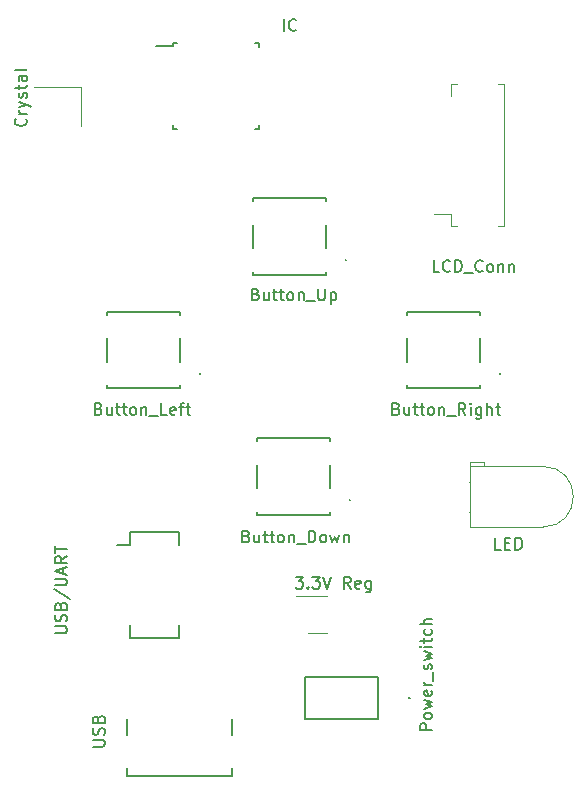
<source format=gbr>
%TF.GenerationSoftware,KiCad,Pcbnew,7.0.1*%
%TF.CreationDate,2023-06-17T09:34:49+02:00*%
%TF.ProjectId,Had_Konzole,4861645f-4b6f-46e7-9a6f-6c652e6b6963,rev?*%
%TF.SameCoordinates,Original*%
%TF.FileFunction,Legend,Top*%
%TF.FilePolarity,Positive*%
%FSLAX46Y46*%
G04 Gerber Fmt 4.6, Leading zero omitted, Abs format (unit mm)*
G04 Created by KiCad (PCBNEW 7.0.1) date 2023-06-17 09:34:49*
%MOMM*%
%LPD*%
G01*
G04 APERTURE LIST*
%ADD10C,0.150000*%
%ADD11C,0.120000*%
%ADD12C,0.200000*%
%ADD13C,0.100000*%
%ADD14C,0.127000*%
G04 APERTURE END LIST*
D10*
X179677619Y-102761904D02*
X178677619Y-102761904D01*
X178677619Y-102761904D02*
X178677619Y-102380952D01*
X178677619Y-102380952D02*
X178725238Y-102285714D01*
X178725238Y-102285714D02*
X178772857Y-102238095D01*
X178772857Y-102238095D02*
X178868095Y-102190476D01*
X178868095Y-102190476D02*
X179010952Y-102190476D01*
X179010952Y-102190476D02*
X179106190Y-102238095D01*
X179106190Y-102238095D02*
X179153809Y-102285714D01*
X179153809Y-102285714D02*
X179201428Y-102380952D01*
X179201428Y-102380952D02*
X179201428Y-102761904D01*
X179677619Y-101619047D02*
X179630000Y-101714285D01*
X179630000Y-101714285D02*
X179582380Y-101761904D01*
X179582380Y-101761904D02*
X179487142Y-101809523D01*
X179487142Y-101809523D02*
X179201428Y-101809523D01*
X179201428Y-101809523D02*
X179106190Y-101761904D01*
X179106190Y-101761904D02*
X179058571Y-101714285D01*
X179058571Y-101714285D02*
X179010952Y-101619047D01*
X179010952Y-101619047D02*
X179010952Y-101476190D01*
X179010952Y-101476190D02*
X179058571Y-101380952D01*
X179058571Y-101380952D02*
X179106190Y-101333333D01*
X179106190Y-101333333D02*
X179201428Y-101285714D01*
X179201428Y-101285714D02*
X179487142Y-101285714D01*
X179487142Y-101285714D02*
X179582380Y-101333333D01*
X179582380Y-101333333D02*
X179630000Y-101380952D01*
X179630000Y-101380952D02*
X179677619Y-101476190D01*
X179677619Y-101476190D02*
X179677619Y-101619047D01*
X179010952Y-100952380D02*
X179677619Y-100761904D01*
X179677619Y-100761904D02*
X179201428Y-100571428D01*
X179201428Y-100571428D02*
X179677619Y-100380952D01*
X179677619Y-100380952D02*
X179010952Y-100190476D01*
X179630000Y-99428571D02*
X179677619Y-99523809D01*
X179677619Y-99523809D02*
X179677619Y-99714285D01*
X179677619Y-99714285D02*
X179630000Y-99809523D01*
X179630000Y-99809523D02*
X179534761Y-99857142D01*
X179534761Y-99857142D02*
X179153809Y-99857142D01*
X179153809Y-99857142D02*
X179058571Y-99809523D01*
X179058571Y-99809523D02*
X179010952Y-99714285D01*
X179010952Y-99714285D02*
X179010952Y-99523809D01*
X179010952Y-99523809D02*
X179058571Y-99428571D01*
X179058571Y-99428571D02*
X179153809Y-99380952D01*
X179153809Y-99380952D02*
X179249047Y-99380952D01*
X179249047Y-99380952D02*
X179344285Y-99857142D01*
X179677619Y-98952380D02*
X179010952Y-98952380D01*
X179201428Y-98952380D02*
X179106190Y-98904761D01*
X179106190Y-98904761D02*
X179058571Y-98857142D01*
X179058571Y-98857142D02*
X179010952Y-98761904D01*
X179010952Y-98761904D02*
X179010952Y-98666666D01*
X179772857Y-98571428D02*
X179772857Y-97809523D01*
X179630000Y-97619046D02*
X179677619Y-97523808D01*
X179677619Y-97523808D02*
X179677619Y-97333332D01*
X179677619Y-97333332D02*
X179630000Y-97238094D01*
X179630000Y-97238094D02*
X179534761Y-97190475D01*
X179534761Y-97190475D02*
X179487142Y-97190475D01*
X179487142Y-97190475D02*
X179391904Y-97238094D01*
X179391904Y-97238094D02*
X179344285Y-97333332D01*
X179344285Y-97333332D02*
X179344285Y-97476189D01*
X179344285Y-97476189D02*
X179296666Y-97571427D01*
X179296666Y-97571427D02*
X179201428Y-97619046D01*
X179201428Y-97619046D02*
X179153809Y-97619046D01*
X179153809Y-97619046D02*
X179058571Y-97571427D01*
X179058571Y-97571427D02*
X179010952Y-97476189D01*
X179010952Y-97476189D02*
X179010952Y-97333332D01*
X179010952Y-97333332D02*
X179058571Y-97238094D01*
X179010952Y-96857141D02*
X179677619Y-96666665D01*
X179677619Y-96666665D02*
X179201428Y-96476189D01*
X179201428Y-96476189D02*
X179677619Y-96285713D01*
X179677619Y-96285713D02*
X179010952Y-96095237D01*
X179677619Y-95714284D02*
X179010952Y-95714284D01*
X178677619Y-95714284D02*
X178725238Y-95761903D01*
X178725238Y-95761903D02*
X178772857Y-95714284D01*
X178772857Y-95714284D02*
X178725238Y-95666665D01*
X178725238Y-95666665D02*
X178677619Y-95714284D01*
X178677619Y-95714284D02*
X178772857Y-95714284D01*
X179010952Y-95380951D02*
X179010952Y-94999999D01*
X178677619Y-95238094D02*
X179534761Y-95238094D01*
X179534761Y-95238094D02*
X179630000Y-95190475D01*
X179630000Y-95190475D02*
X179677619Y-95095237D01*
X179677619Y-95095237D02*
X179677619Y-94999999D01*
X179630000Y-94238094D02*
X179677619Y-94333332D01*
X179677619Y-94333332D02*
X179677619Y-94523808D01*
X179677619Y-94523808D02*
X179630000Y-94619046D01*
X179630000Y-94619046D02*
X179582380Y-94666665D01*
X179582380Y-94666665D02*
X179487142Y-94714284D01*
X179487142Y-94714284D02*
X179201428Y-94714284D01*
X179201428Y-94714284D02*
X179106190Y-94666665D01*
X179106190Y-94666665D02*
X179058571Y-94619046D01*
X179058571Y-94619046D02*
X179010952Y-94523808D01*
X179010952Y-94523808D02*
X179010952Y-94333332D01*
X179010952Y-94333332D02*
X179058571Y-94238094D01*
X179677619Y-93809522D02*
X178677619Y-93809522D01*
X179677619Y-93380951D02*
X179153809Y-93380951D01*
X179153809Y-93380951D02*
X179058571Y-93428570D01*
X179058571Y-93428570D02*
X179010952Y-93523808D01*
X179010952Y-93523808D02*
X179010952Y-93666665D01*
X179010952Y-93666665D02*
X179058571Y-93761903D01*
X179058571Y-93761903D02*
X179106190Y-93809522D01*
X168142857Y-89777619D02*
X168761904Y-89777619D01*
X168761904Y-89777619D02*
X168428571Y-90158571D01*
X168428571Y-90158571D02*
X168571428Y-90158571D01*
X168571428Y-90158571D02*
X168666666Y-90206190D01*
X168666666Y-90206190D02*
X168714285Y-90253809D01*
X168714285Y-90253809D02*
X168761904Y-90349047D01*
X168761904Y-90349047D02*
X168761904Y-90587142D01*
X168761904Y-90587142D02*
X168714285Y-90682380D01*
X168714285Y-90682380D02*
X168666666Y-90730000D01*
X168666666Y-90730000D02*
X168571428Y-90777619D01*
X168571428Y-90777619D02*
X168285714Y-90777619D01*
X168285714Y-90777619D02*
X168190476Y-90730000D01*
X168190476Y-90730000D02*
X168142857Y-90682380D01*
X169190476Y-90682380D02*
X169238095Y-90730000D01*
X169238095Y-90730000D02*
X169190476Y-90777619D01*
X169190476Y-90777619D02*
X169142857Y-90730000D01*
X169142857Y-90730000D02*
X169190476Y-90682380D01*
X169190476Y-90682380D02*
X169190476Y-90777619D01*
X169571428Y-89777619D02*
X170190475Y-89777619D01*
X170190475Y-89777619D02*
X169857142Y-90158571D01*
X169857142Y-90158571D02*
X169999999Y-90158571D01*
X169999999Y-90158571D02*
X170095237Y-90206190D01*
X170095237Y-90206190D02*
X170142856Y-90253809D01*
X170142856Y-90253809D02*
X170190475Y-90349047D01*
X170190475Y-90349047D02*
X170190475Y-90587142D01*
X170190475Y-90587142D02*
X170142856Y-90682380D01*
X170142856Y-90682380D02*
X170095237Y-90730000D01*
X170095237Y-90730000D02*
X169999999Y-90777619D01*
X169999999Y-90777619D02*
X169714285Y-90777619D01*
X169714285Y-90777619D02*
X169619047Y-90730000D01*
X169619047Y-90730000D02*
X169571428Y-90682380D01*
X170476190Y-89777619D02*
X170809523Y-90777619D01*
X170809523Y-90777619D02*
X171142856Y-89777619D01*
X172809523Y-90777619D02*
X172476190Y-90301428D01*
X172238095Y-90777619D02*
X172238095Y-89777619D01*
X172238095Y-89777619D02*
X172619047Y-89777619D01*
X172619047Y-89777619D02*
X172714285Y-89825238D01*
X172714285Y-89825238D02*
X172761904Y-89872857D01*
X172761904Y-89872857D02*
X172809523Y-89968095D01*
X172809523Y-89968095D02*
X172809523Y-90110952D01*
X172809523Y-90110952D02*
X172761904Y-90206190D01*
X172761904Y-90206190D02*
X172714285Y-90253809D01*
X172714285Y-90253809D02*
X172619047Y-90301428D01*
X172619047Y-90301428D02*
X172238095Y-90301428D01*
X173619047Y-90730000D02*
X173523809Y-90777619D01*
X173523809Y-90777619D02*
X173333333Y-90777619D01*
X173333333Y-90777619D02*
X173238095Y-90730000D01*
X173238095Y-90730000D02*
X173190476Y-90634761D01*
X173190476Y-90634761D02*
X173190476Y-90253809D01*
X173190476Y-90253809D02*
X173238095Y-90158571D01*
X173238095Y-90158571D02*
X173333333Y-90110952D01*
X173333333Y-90110952D02*
X173523809Y-90110952D01*
X173523809Y-90110952D02*
X173619047Y-90158571D01*
X173619047Y-90158571D02*
X173666666Y-90253809D01*
X173666666Y-90253809D02*
X173666666Y-90349047D01*
X173666666Y-90349047D02*
X173190476Y-90444285D01*
X174523809Y-90110952D02*
X174523809Y-90920476D01*
X174523809Y-90920476D02*
X174476190Y-91015714D01*
X174476190Y-91015714D02*
X174428571Y-91063333D01*
X174428571Y-91063333D02*
X174333333Y-91110952D01*
X174333333Y-91110952D02*
X174190476Y-91110952D01*
X174190476Y-91110952D02*
X174095238Y-91063333D01*
X174523809Y-90730000D02*
X174428571Y-90777619D01*
X174428571Y-90777619D02*
X174238095Y-90777619D01*
X174238095Y-90777619D02*
X174142857Y-90730000D01*
X174142857Y-90730000D02*
X174095238Y-90682380D01*
X174095238Y-90682380D02*
X174047619Y-90587142D01*
X174047619Y-90587142D02*
X174047619Y-90301428D01*
X174047619Y-90301428D02*
X174095238Y-90206190D01*
X174095238Y-90206190D02*
X174142857Y-90158571D01*
X174142857Y-90158571D02*
X174238095Y-90110952D01*
X174238095Y-90110952D02*
X174428571Y-90110952D01*
X174428571Y-90110952D02*
X174523809Y-90158571D01*
X150977619Y-104161904D02*
X151787142Y-104161904D01*
X151787142Y-104161904D02*
X151882380Y-104114285D01*
X151882380Y-104114285D02*
X151930000Y-104066666D01*
X151930000Y-104066666D02*
X151977619Y-103971428D01*
X151977619Y-103971428D02*
X151977619Y-103780952D01*
X151977619Y-103780952D02*
X151930000Y-103685714D01*
X151930000Y-103685714D02*
X151882380Y-103638095D01*
X151882380Y-103638095D02*
X151787142Y-103590476D01*
X151787142Y-103590476D02*
X150977619Y-103590476D01*
X151930000Y-103161904D02*
X151977619Y-103019047D01*
X151977619Y-103019047D02*
X151977619Y-102780952D01*
X151977619Y-102780952D02*
X151930000Y-102685714D01*
X151930000Y-102685714D02*
X151882380Y-102638095D01*
X151882380Y-102638095D02*
X151787142Y-102590476D01*
X151787142Y-102590476D02*
X151691904Y-102590476D01*
X151691904Y-102590476D02*
X151596666Y-102638095D01*
X151596666Y-102638095D02*
X151549047Y-102685714D01*
X151549047Y-102685714D02*
X151501428Y-102780952D01*
X151501428Y-102780952D02*
X151453809Y-102971428D01*
X151453809Y-102971428D02*
X151406190Y-103066666D01*
X151406190Y-103066666D02*
X151358571Y-103114285D01*
X151358571Y-103114285D02*
X151263333Y-103161904D01*
X151263333Y-103161904D02*
X151168095Y-103161904D01*
X151168095Y-103161904D02*
X151072857Y-103114285D01*
X151072857Y-103114285D02*
X151025238Y-103066666D01*
X151025238Y-103066666D02*
X150977619Y-102971428D01*
X150977619Y-102971428D02*
X150977619Y-102733333D01*
X150977619Y-102733333D02*
X151025238Y-102590476D01*
X151453809Y-101828571D02*
X151501428Y-101685714D01*
X151501428Y-101685714D02*
X151549047Y-101638095D01*
X151549047Y-101638095D02*
X151644285Y-101590476D01*
X151644285Y-101590476D02*
X151787142Y-101590476D01*
X151787142Y-101590476D02*
X151882380Y-101638095D01*
X151882380Y-101638095D02*
X151930000Y-101685714D01*
X151930000Y-101685714D02*
X151977619Y-101780952D01*
X151977619Y-101780952D02*
X151977619Y-102161904D01*
X151977619Y-102161904D02*
X150977619Y-102161904D01*
X150977619Y-102161904D02*
X150977619Y-101828571D01*
X150977619Y-101828571D02*
X151025238Y-101733333D01*
X151025238Y-101733333D02*
X151072857Y-101685714D01*
X151072857Y-101685714D02*
X151168095Y-101638095D01*
X151168095Y-101638095D02*
X151263333Y-101638095D01*
X151263333Y-101638095D02*
X151358571Y-101685714D01*
X151358571Y-101685714D02*
X151406190Y-101733333D01*
X151406190Y-101733333D02*
X151453809Y-101828571D01*
X151453809Y-101828571D02*
X151453809Y-102161904D01*
X147777619Y-94561904D02*
X148587142Y-94561904D01*
X148587142Y-94561904D02*
X148682380Y-94514285D01*
X148682380Y-94514285D02*
X148730000Y-94466666D01*
X148730000Y-94466666D02*
X148777619Y-94371428D01*
X148777619Y-94371428D02*
X148777619Y-94180952D01*
X148777619Y-94180952D02*
X148730000Y-94085714D01*
X148730000Y-94085714D02*
X148682380Y-94038095D01*
X148682380Y-94038095D02*
X148587142Y-93990476D01*
X148587142Y-93990476D02*
X147777619Y-93990476D01*
X148730000Y-93561904D02*
X148777619Y-93419047D01*
X148777619Y-93419047D02*
X148777619Y-93180952D01*
X148777619Y-93180952D02*
X148730000Y-93085714D01*
X148730000Y-93085714D02*
X148682380Y-93038095D01*
X148682380Y-93038095D02*
X148587142Y-92990476D01*
X148587142Y-92990476D02*
X148491904Y-92990476D01*
X148491904Y-92990476D02*
X148396666Y-93038095D01*
X148396666Y-93038095D02*
X148349047Y-93085714D01*
X148349047Y-93085714D02*
X148301428Y-93180952D01*
X148301428Y-93180952D02*
X148253809Y-93371428D01*
X148253809Y-93371428D02*
X148206190Y-93466666D01*
X148206190Y-93466666D02*
X148158571Y-93514285D01*
X148158571Y-93514285D02*
X148063333Y-93561904D01*
X148063333Y-93561904D02*
X147968095Y-93561904D01*
X147968095Y-93561904D02*
X147872857Y-93514285D01*
X147872857Y-93514285D02*
X147825238Y-93466666D01*
X147825238Y-93466666D02*
X147777619Y-93371428D01*
X147777619Y-93371428D02*
X147777619Y-93133333D01*
X147777619Y-93133333D02*
X147825238Y-92990476D01*
X148253809Y-92228571D02*
X148301428Y-92085714D01*
X148301428Y-92085714D02*
X148349047Y-92038095D01*
X148349047Y-92038095D02*
X148444285Y-91990476D01*
X148444285Y-91990476D02*
X148587142Y-91990476D01*
X148587142Y-91990476D02*
X148682380Y-92038095D01*
X148682380Y-92038095D02*
X148730000Y-92085714D01*
X148730000Y-92085714D02*
X148777619Y-92180952D01*
X148777619Y-92180952D02*
X148777619Y-92561904D01*
X148777619Y-92561904D02*
X147777619Y-92561904D01*
X147777619Y-92561904D02*
X147777619Y-92228571D01*
X147777619Y-92228571D02*
X147825238Y-92133333D01*
X147825238Y-92133333D02*
X147872857Y-92085714D01*
X147872857Y-92085714D02*
X147968095Y-92038095D01*
X147968095Y-92038095D02*
X148063333Y-92038095D01*
X148063333Y-92038095D02*
X148158571Y-92085714D01*
X148158571Y-92085714D02*
X148206190Y-92133333D01*
X148206190Y-92133333D02*
X148253809Y-92228571D01*
X148253809Y-92228571D02*
X148253809Y-92561904D01*
X147730000Y-90847619D02*
X149015714Y-91704761D01*
X147777619Y-90514285D02*
X148587142Y-90514285D01*
X148587142Y-90514285D02*
X148682380Y-90466666D01*
X148682380Y-90466666D02*
X148730000Y-90419047D01*
X148730000Y-90419047D02*
X148777619Y-90323809D01*
X148777619Y-90323809D02*
X148777619Y-90133333D01*
X148777619Y-90133333D02*
X148730000Y-90038095D01*
X148730000Y-90038095D02*
X148682380Y-89990476D01*
X148682380Y-89990476D02*
X148587142Y-89942857D01*
X148587142Y-89942857D02*
X147777619Y-89942857D01*
X148491904Y-89514285D02*
X148491904Y-89038095D01*
X148777619Y-89609523D02*
X147777619Y-89276190D01*
X147777619Y-89276190D02*
X148777619Y-88942857D01*
X148777619Y-88038095D02*
X148301428Y-88371428D01*
X148777619Y-88609523D02*
X147777619Y-88609523D01*
X147777619Y-88609523D02*
X147777619Y-88228571D01*
X147777619Y-88228571D02*
X147825238Y-88133333D01*
X147825238Y-88133333D02*
X147872857Y-88085714D01*
X147872857Y-88085714D02*
X147968095Y-88038095D01*
X147968095Y-88038095D02*
X148110952Y-88038095D01*
X148110952Y-88038095D02*
X148206190Y-88085714D01*
X148206190Y-88085714D02*
X148253809Y-88133333D01*
X148253809Y-88133333D02*
X148301428Y-88228571D01*
X148301428Y-88228571D02*
X148301428Y-88609523D01*
X147777619Y-87752380D02*
X147777619Y-87180952D01*
X148777619Y-87466666D02*
X147777619Y-87466666D01*
X180314285Y-63977619D02*
X179838095Y-63977619D01*
X179838095Y-63977619D02*
X179838095Y-62977619D01*
X181219047Y-63882380D02*
X181171428Y-63930000D01*
X181171428Y-63930000D02*
X181028571Y-63977619D01*
X181028571Y-63977619D02*
X180933333Y-63977619D01*
X180933333Y-63977619D02*
X180790476Y-63930000D01*
X180790476Y-63930000D02*
X180695238Y-63834761D01*
X180695238Y-63834761D02*
X180647619Y-63739523D01*
X180647619Y-63739523D02*
X180600000Y-63549047D01*
X180600000Y-63549047D02*
X180600000Y-63406190D01*
X180600000Y-63406190D02*
X180647619Y-63215714D01*
X180647619Y-63215714D02*
X180695238Y-63120476D01*
X180695238Y-63120476D02*
X180790476Y-63025238D01*
X180790476Y-63025238D02*
X180933333Y-62977619D01*
X180933333Y-62977619D02*
X181028571Y-62977619D01*
X181028571Y-62977619D02*
X181171428Y-63025238D01*
X181171428Y-63025238D02*
X181219047Y-63072857D01*
X181647619Y-63977619D02*
X181647619Y-62977619D01*
X181647619Y-62977619D02*
X181885714Y-62977619D01*
X181885714Y-62977619D02*
X182028571Y-63025238D01*
X182028571Y-63025238D02*
X182123809Y-63120476D01*
X182123809Y-63120476D02*
X182171428Y-63215714D01*
X182171428Y-63215714D02*
X182219047Y-63406190D01*
X182219047Y-63406190D02*
X182219047Y-63549047D01*
X182219047Y-63549047D02*
X182171428Y-63739523D01*
X182171428Y-63739523D02*
X182123809Y-63834761D01*
X182123809Y-63834761D02*
X182028571Y-63930000D01*
X182028571Y-63930000D02*
X181885714Y-63977619D01*
X181885714Y-63977619D02*
X181647619Y-63977619D01*
X182409524Y-64072857D02*
X183171428Y-64072857D01*
X183980952Y-63882380D02*
X183933333Y-63930000D01*
X183933333Y-63930000D02*
X183790476Y-63977619D01*
X183790476Y-63977619D02*
X183695238Y-63977619D01*
X183695238Y-63977619D02*
X183552381Y-63930000D01*
X183552381Y-63930000D02*
X183457143Y-63834761D01*
X183457143Y-63834761D02*
X183409524Y-63739523D01*
X183409524Y-63739523D02*
X183361905Y-63549047D01*
X183361905Y-63549047D02*
X183361905Y-63406190D01*
X183361905Y-63406190D02*
X183409524Y-63215714D01*
X183409524Y-63215714D02*
X183457143Y-63120476D01*
X183457143Y-63120476D02*
X183552381Y-63025238D01*
X183552381Y-63025238D02*
X183695238Y-62977619D01*
X183695238Y-62977619D02*
X183790476Y-62977619D01*
X183790476Y-62977619D02*
X183933333Y-63025238D01*
X183933333Y-63025238D02*
X183980952Y-63072857D01*
X184552381Y-63977619D02*
X184457143Y-63930000D01*
X184457143Y-63930000D02*
X184409524Y-63882380D01*
X184409524Y-63882380D02*
X184361905Y-63787142D01*
X184361905Y-63787142D02*
X184361905Y-63501428D01*
X184361905Y-63501428D02*
X184409524Y-63406190D01*
X184409524Y-63406190D02*
X184457143Y-63358571D01*
X184457143Y-63358571D02*
X184552381Y-63310952D01*
X184552381Y-63310952D02*
X184695238Y-63310952D01*
X184695238Y-63310952D02*
X184790476Y-63358571D01*
X184790476Y-63358571D02*
X184838095Y-63406190D01*
X184838095Y-63406190D02*
X184885714Y-63501428D01*
X184885714Y-63501428D02*
X184885714Y-63787142D01*
X184885714Y-63787142D02*
X184838095Y-63882380D01*
X184838095Y-63882380D02*
X184790476Y-63930000D01*
X184790476Y-63930000D02*
X184695238Y-63977619D01*
X184695238Y-63977619D02*
X184552381Y-63977619D01*
X185314286Y-63310952D02*
X185314286Y-63977619D01*
X185314286Y-63406190D02*
X185361905Y-63358571D01*
X185361905Y-63358571D02*
X185457143Y-63310952D01*
X185457143Y-63310952D02*
X185600000Y-63310952D01*
X185600000Y-63310952D02*
X185695238Y-63358571D01*
X185695238Y-63358571D02*
X185742857Y-63453809D01*
X185742857Y-63453809D02*
X185742857Y-63977619D01*
X186219048Y-63310952D02*
X186219048Y-63977619D01*
X186219048Y-63406190D02*
X186266667Y-63358571D01*
X186266667Y-63358571D02*
X186361905Y-63310952D01*
X186361905Y-63310952D02*
X186504762Y-63310952D01*
X186504762Y-63310952D02*
X186600000Y-63358571D01*
X186600000Y-63358571D02*
X186647619Y-63453809D01*
X186647619Y-63453809D02*
X186647619Y-63977619D01*
X185514285Y-87477619D02*
X185038095Y-87477619D01*
X185038095Y-87477619D02*
X185038095Y-86477619D01*
X185847619Y-86953809D02*
X186180952Y-86953809D01*
X186323809Y-87477619D02*
X185847619Y-87477619D01*
X185847619Y-87477619D02*
X185847619Y-86477619D01*
X185847619Y-86477619D02*
X186323809Y-86477619D01*
X186752381Y-87477619D02*
X186752381Y-86477619D01*
X186752381Y-86477619D02*
X186990476Y-86477619D01*
X186990476Y-86477619D02*
X187133333Y-86525238D01*
X187133333Y-86525238D02*
X187228571Y-86620476D01*
X187228571Y-86620476D02*
X187276190Y-86715714D01*
X187276190Y-86715714D02*
X187323809Y-86906190D01*
X187323809Y-86906190D02*
X187323809Y-87049047D01*
X187323809Y-87049047D02*
X187276190Y-87239523D01*
X187276190Y-87239523D02*
X187228571Y-87334761D01*
X187228571Y-87334761D02*
X187133333Y-87430000D01*
X187133333Y-87430000D02*
X186990476Y-87477619D01*
X186990476Y-87477619D02*
X186752381Y-87477619D01*
X163971428Y-86353809D02*
X164114285Y-86401428D01*
X164114285Y-86401428D02*
X164161904Y-86449047D01*
X164161904Y-86449047D02*
X164209523Y-86544285D01*
X164209523Y-86544285D02*
X164209523Y-86687142D01*
X164209523Y-86687142D02*
X164161904Y-86782380D01*
X164161904Y-86782380D02*
X164114285Y-86830000D01*
X164114285Y-86830000D02*
X164019047Y-86877619D01*
X164019047Y-86877619D02*
X163638095Y-86877619D01*
X163638095Y-86877619D02*
X163638095Y-85877619D01*
X163638095Y-85877619D02*
X163971428Y-85877619D01*
X163971428Y-85877619D02*
X164066666Y-85925238D01*
X164066666Y-85925238D02*
X164114285Y-85972857D01*
X164114285Y-85972857D02*
X164161904Y-86068095D01*
X164161904Y-86068095D02*
X164161904Y-86163333D01*
X164161904Y-86163333D02*
X164114285Y-86258571D01*
X164114285Y-86258571D02*
X164066666Y-86306190D01*
X164066666Y-86306190D02*
X163971428Y-86353809D01*
X163971428Y-86353809D02*
X163638095Y-86353809D01*
X165066666Y-86210952D02*
X165066666Y-86877619D01*
X164638095Y-86210952D02*
X164638095Y-86734761D01*
X164638095Y-86734761D02*
X164685714Y-86830000D01*
X164685714Y-86830000D02*
X164780952Y-86877619D01*
X164780952Y-86877619D02*
X164923809Y-86877619D01*
X164923809Y-86877619D02*
X165019047Y-86830000D01*
X165019047Y-86830000D02*
X165066666Y-86782380D01*
X165400000Y-86210952D02*
X165780952Y-86210952D01*
X165542857Y-85877619D02*
X165542857Y-86734761D01*
X165542857Y-86734761D02*
X165590476Y-86830000D01*
X165590476Y-86830000D02*
X165685714Y-86877619D01*
X165685714Y-86877619D02*
X165780952Y-86877619D01*
X165971429Y-86210952D02*
X166352381Y-86210952D01*
X166114286Y-85877619D02*
X166114286Y-86734761D01*
X166114286Y-86734761D02*
X166161905Y-86830000D01*
X166161905Y-86830000D02*
X166257143Y-86877619D01*
X166257143Y-86877619D02*
X166352381Y-86877619D01*
X166828572Y-86877619D02*
X166733334Y-86830000D01*
X166733334Y-86830000D02*
X166685715Y-86782380D01*
X166685715Y-86782380D02*
X166638096Y-86687142D01*
X166638096Y-86687142D02*
X166638096Y-86401428D01*
X166638096Y-86401428D02*
X166685715Y-86306190D01*
X166685715Y-86306190D02*
X166733334Y-86258571D01*
X166733334Y-86258571D02*
X166828572Y-86210952D01*
X166828572Y-86210952D02*
X166971429Y-86210952D01*
X166971429Y-86210952D02*
X167066667Y-86258571D01*
X167066667Y-86258571D02*
X167114286Y-86306190D01*
X167114286Y-86306190D02*
X167161905Y-86401428D01*
X167161905Y-86401428D02*
X167161905Y-86687142D01*
X167161905Y-86687142D02*
X167114286Y-86782380D01*
X167114286Y-86782380D02*
X167066667Y-86830000D01*
X167066667Y-86830000D02*
X166971429Y-86877619D01*
X166971429Y-86877619D02*
X166828572Y-86877619D01*
X167590477Y-86210952D02*
X167590477Y-86877619D01*
X167590477Y-86306190D02*
X167638096Y-86258571D01*
X167638096Y-86258571D02*
X167733334Y-86210952D01*
X167733334Y-86210952D02*
X167876191Y-86210952D01*
X167876191Y-86210952D02*
X167971429Y-86258571D01*
X167971429Y-86258571D02*
X168019048Y-86353809D01*
X168019048Y-86353809D02*
X168019048Y-86877619D01*
X168257144Y-86972857D02*
X169019048Y-86972857D01*
X169257144Y-86877619D02*
X169257144Y-85877619D01*
X169257144Y-85877619D02*
X169495239Y-85877619D01*
X169495239Y-85877619D02*
X169638096Y-85925238D01*
X169638096Y-85925238D02*
X169733334Y-86020476D01*
X169733334Y-86020476D02*
X169780953Y-86115714D01*
X169780953Y-86115714D02*
X169828572Y-86306190D01*
X169828572Y-86306190D02*
X169828572Y-86449047D01*
X169828572Y-86449047D02*
X169780953Y-86639523D01*
X169780953Y-86639523D02*
X169733334Y-86734761D01*
X169733334Y-86734761D02*
X169638096Y-86830000D01*
X169638096Y-86830000D02*
X169495239Y-86877619D01*
X169495239Y-86877619D02*
X169257144Y-86877619D01*
X170400001Y-86877619D02*
X170304763Y-86830000D01*
X170304763Y-86830000D02*
X170257144Y-86782380D01*
X170257144Y-86782380D02*
X170209525Y-86687142D01*
X170209525Y-86687142D02*
X170209525Y-86401428D01*
X170209525Y-86401428D02*
X170257144Y-86306190D01*
X170257144Y-86306190D02*
X170304763Y-86258571D01*
X170304763Y-86258571D02*
X170400001Y-86210952D01*
X170400001Y-86210952D02*
X170542858Y-86210952D01*
X170542858Y-86210952D02*
X170638096Y-86258571D01*
X170638096Y-86258571D02*
X170685715Y-86306190D01*
X170685715Y-86306190D02*
X170733334Y-86401428D01*
X170733334Y-86401428D02*
X170733334Y-86687142D01*
X170733334Y-86687142D02*
X170685715Y-86782380D01*
X170685715Y-86782380D02*
X170638096Y-86830000D01*
X170638096Y-86830000D02*
X170542858Y-86877619D01*
X170542858Y-86877619D02*
X170400001Y-86877619D01*
X171066668Y-86210952D02*
X171257144Y-86877619D01*
X171257144Y-86877619D02*
X171447620Y-86401428D01*
X171447620Y-86401428D02*
X171638096Y-86877619D01*
X171638096Y-86877619D02*
X171828572Y-86210952D01*
X172209525Y-86210952D02*
X172209525Y-86877619D01*
X172209525Y-86306190D02*
X172257144Y-86258571D01*
X172257144Y-86258571D02*
X172352382Y-86210952D01*
X172352382Y-86210952D02*
X172495239Y-86210952D01*
X172495239Y-86210952D02*
X172590477Y-86258571D01*
X172590477Y-86258571D02*
X172638096Y-86353809D01*
X172638096Y-86353809D02*
X172638096Y-86877619D01*
X176671428Y-75553809D02*
X176814285Y-75601428D01*
X176814285Y-75601428D02*
X176861904Y-75649047D01*
X176861904Y-75649047D02*
X176909523Y-75744285D01*
X176909523Y-75744285D02*
X176909523Y-75887142D01*
X176909523Y-75887142D02*
X176861904Y-75982380D01*
X176861904Y-75982380D02*
X176814285Y-76030000D01*
X176814285Y-76030000D02*
X176719047Y-76077619D01*
X176719047Y-76077619D02*
X176338095Y-76077619D01*
X176338095Y-76077619D02*
X176338095Y-75077619D01*
X176338095Y-75077619D02*
X176671428Y-75077619D01*
X176671428Y-75077619D02*
X176766666Y-75125238D01*
X176766666Y-75125238D02*
X176814285Y-75172857D01*
X176814285Y-75172857D02*
X176861904Y-75268095D01*
X176861904Y-75268095D02*
X176861904Y-75363333D01*
X176861904Y-75363333D02*
X176814285Y-75458571D01*
X176814285Y-75458571D02*
X176766666Y-75506190D01*
X176766666Y-75506190D02*
X176671428Y-75553809D01*
X176671428Y-75553809D02*
X176338095Y-75553809D01*
X177766666Y-75410952D02*
X177766666Y-76077619D01*
X177338095Y-75410952D02*
X177338095Y-75934761D01*
X177338095Y-75934761D02*
X177385714Y-76030000D01*
X177385714Y-76030000D02*
X177480952Y-76077619D01*
X177480952Y-76077619D02*
X177623809Y-76077619D01*
X177623809Y-76077619D02*
X177719047Y-76030000D01*
X177719047Y-76030000D02*
X177766666Y-75982380D01*
X178100000Y-75410952D02*
X178480952Y-75410952D01*
X178242857Y-75077619D02*
X178242857Y-75934761D01*
X178242857Y-75934761D02*
X178290476Y-76030000D01*
X178290476Y-76030000D02*
X178385714Y-76077619D01*
X178385714Y-76077619D02*
X178480952Y-76077619D01*
X178671429Y-75410952D02*
X179052381Y-75410952D01*
X178814286Y-75077619D02*
X178814286Y-75934761D01*
X178814286Y-75934761D02*
X178861905Y-76030000D01*
X178861905Y-76030000D02*
X178957143Y-76077619D01*
X178957143Y-76077619D02*
X179052381Y-76077619D01*
X179528572Y-76077619D02*
X179433334Y-76030000D01*
X179433334Y-76030000D02*
X179385715Y-75982380D01*
X179385715Y-75982380D02*
X179338096Y-75887142D01*
X179338096Y-75887142D02*
X179338096Y-75601428D01*
X179338096Y-75601428D02*
X179385715Y-75506190D01*
X179385715Y-75506190D02*
X179433334Y-75458571D01*
X179433334Y-75458571D02*
X179528572Y-75410952D01*
X179528572Y-75410952D02*
X179671429Y-75410952D01*
X179671429Y-75410952D02*
X179766667Y-75458571D01*
X179766667Y-75458571D02*
X179814286Y-75506190D01*
X179814286Y-75506190D02*
X179861905Y-75601428D01*
X179861905Y-75601428D02*
X179861905Y-75887142D01*
X179861905Y-75887142D02*
X179814286Y-75982380D01*
X179814286Y-75982380D02*
X179766667Y-76030000D01*
X179766667Y-76030000D02*
X179671429Y-76077619D01*
X179671429Y-76077619D02*
X179528572Y-76077619D01*
X180290477Y-75410952D02*
X180290477Y-76077619D01*
X180290477Y-75506190D02*
X180338096Y-75458571D01*
X180338096Y-75458571D02*
X180433334Y-75410952D01*
X180433334Y-75410952D02*
X180576191Y-75410952D01*
X180576191Y-75410952D02*
X180671429Y-75458571D01*
X180671429Y-75458571D02*
X180719048Y-75553809D01*
X180719048Y-75553809D02*
X180719048Y-76077619D01*
X180957144Y-76172857D02*
X181719048Y-76172857D01*
X182528572Y-76077619D02*
X182195239Y-75601428D01*
X181957144Y-76077619D02*
X181957144Y-75077619D01*
X181957144Y-75077619D02*
X182338096Y-75077619D01*
X182338096Y-75077619D02*
X182433334Y-75125238D01*
X182433334Y-75125238D02*
X182480953Y-75172857D01*
X182480953Y-75172857D02*
X182528572Y-75268095D01*
X182528572Y-75268095D02*
X182528572Y-75410952D01*
X182528572Y-75410952D02*
X182480953Y-75506190D01*
X182480953Y-75506190D02*
X182433334Y-75553809D01*
X182433334Y-75553809D02*
X182338096Y-75601428D01*
X182338096Y-75601428D02*
X181957144Y-75601428D01*
X182957144Y-76077619D02*
X182957144Y-75410952D01*
X182957144Y-75077619D02*
X182909525Y-75125238D01*
X182909525Y-75125238D02*
X182957144Y-75172857D01*
X182957144Y-75172857D02*
X183004763Y-75125238D01*
X183004763Y-75125238D02*
X182957144Y-75077619D01*
X182957144Y-75077619D02*
X182957144Y-75172857D01*
X183861905Y-75410952D02*
X183861905Y-76220476D01*
X183861905Y-76220476D02*
X183814286Y-76315714D01*
X183814286Y-76315714D02*
X183766667Y-76363333D01*
X183766667Y-76363333D02*
X183671429Y-76410952D01*
X183671429Y-76410952D02*
X183528572Y-76410952D01*
X183528572Y-76410952D02*
X183433334Y-76363333D01*
X183861905Y-76030000D02*
X183766667Y-76077619D01*
X183766667Y-76077619D02*
X183576191Y-76077619D01*
X183576191Y-76077619D02*
X183480953Y-76030000D01*
X183480953Y-76030000D02*
X183433334Y-75982380D01*
X183433334Y-75982380D02*
X183385715Y-75887142D01*
X183385715Y-75887142D02*
X183385715Y-75601428D01*
X183385715Y-75601428D02*
X183433334Y-75506190D01*
X183433334Y-75506190D02*
X183480953Y-75458571D01*
X183480953Y-75458571D02*
X183576191Y-75410952D01*
X183576191Y-75410952D02*
X183766667Y-75410952D01*
X183766667Y-75410952D02*
X183861905Y-75458571D01*
X184338096Y-76077619D02*
X184338096Y-75077619D01*
X184766667Y-76077619D02*
X184766667Y-75553809D01*
X184766667Y-75553809D02*
X184719048Y-75458571D01*
X184719048Y-75458571D02*
X184623810Y-75410952D01*
X184623810Y-75410952D02*
X184480953Y-75410952D01*
X184480953Y-75410952D02*
X184385715Y-75458571D01*
X184385715Y-75458571D02*
X184338096Y-75506190D01*
X185100001Y-75410952D02*
X185480953Y-75410952D01*
X185242858Y-75077619D02*
X185242858Y-75934761D01*
X185242858Y-75934761D02*
X185290477Y-76030000D01*
X185290477Y-76030000D02*
X185385715Y-76077619D01*
X185385715Y-76077619D02*
X185480953Y-76077619D01*
X151471428Y-75553809D02*
X151614285Y-75601428D01*
X151614285Y-75601428D02*
X151661904Y-75649047D01*
X151661904Y-75649047D02*
X151709523Y-75744285D01*
X151709523Y-75744285D02*
X151709523Y-75887142D01*
X151709523Y-75887142D02*
X151661904Y-75982380D01*
X151661904Y-75982380D02*
X151614285Y-76030000D01*
X151614285Y-76030000D02*
X151519047Y-76077619D01*
X151519047Y-76077619D02*
X151138095Y-76077619D01*
X151138095Y-76077619D02*
X151138095Y-75077619D01*
X151138095Y-75077619D02*
X151471428Y-75077619D01*
X151471428Y-75077619D02*
X151566666Y-75125238D01*
X151566666Y-75125238D02*
X151614285Y-75172857D01*
X151614285Y-75172857D02*
X151661904Y-75268095D01*
X151661904Y-75268095D02*
X151661904Y-75363333D01*
X151661904Y-75363333D02*
X151614285Y-75458571D01*
X151614285Y-75458571D02*
X151566666Y-75506190D01*
X151566666Y-75506190D02*
X151471428Y-75553809D01*
X151471428Y-75553809D02*
X151138095Y-75553809D01*
X152566666Y-75410952D02*
X152566666Y-76077619D01*
X152138095Y-75410952D02*
X152138095Y-75934761D01*
X152138095Y-75934761D02*
X152185714Y-76030000D01*
X152185714Y-76030000D02*
X152280952Y-76077619D01*
X152280952Y-76077619D02*
X152423809Y-76077619D01*
X152423809Y-76077619D02*
X152519047Y-76030000D01*
X152519047Y-76030000D02*
X152566666Y-75982380D01*
X152900000Y-75410952D02*
X153280952Y-75410952D01*
X153042857Y-75077619D02*
X153042857Y-75934761D01*
X153042857Y-75934761D02*
X153090476Y-76030000D01*
X153090476Y-76030000D02*
X153185714Y-76077619D01*
X153185714Y-76077619D02*
X153280952Y-76077619D01*
X153471429Y-75410952D02*
X153852381Y-75410952D01*
X153614286Y-75077619D02*
X153614286Y-75934761D01*
X153614286Y-75934761D02*
X153661905Y-76030000D01*
X153661905Y-76030000D02*
X153757143Y-76077619D01*
X153757143Y-76077619D02*
X153852381Y-76077619D01*
X154328572Y-76077619D02*
X154233334Y-76030000D01*
X154233334Y-76030000D02*
X154185715Y-75982380D01*
X154185715Y-75982380D02*
X154138096Y-75887142D01*
X154138096Y-75887142D02*
X154138096Y-75601428D01*
X154138096Y-75601428D02*
X154185715Y-75506190D01*
X154185715Y-75506190D02*
X154233334Y-75458571D01*
X154233334Y-75458571D02*
X154328572Y-75410952D01*
X154328572Y-75410952D02*
X154471429Y-75410952D01*
X154471429Y-75410952D02*
X154566667Y-75458571D01*
X154566667Y-75458571D02*
X154614286Y-75506190D01*
X154614286Y-75506190D02*
X154661905Y-75601428D01*
X154661905Y-75601428D02*
X154661905Y-75887142D01*
X154661905Y-75887142D02*
X154614286Y-75982380D01*
X154614286Y-75982380D02*
X154566667Y-76030000D01*
X154566667Y-76030000D02*
X154471429Y-76077619D01*
X154471429Y-76077619D02*
X154328572Y-76077619D01*
X155090477Y-75410952D02*
X155090477Y-76077619D01*
X155090477Y-75506190D02*
X155138096Y-75458571D01*
X155138096Y-75458571D02*
X155233334Y-75410952D01*
X155233334Y-75410952D02*
X155376191Y-75410952D01*
X155376191Y-75410952D02*
X155471429Y-75458571D01*
X155471429Y-75458571D02*
X155519048Y-75553809D01*
X155519048Y-75553809D02*
X155519048Y-76077619D01*
X155757144Y-76172857D02*
X156519048Y-76172857D01*
X157233334Y-76077619D02*
X156757144Y-76077619D01*
X156757144Y-76077619D02*
X156757144Y-75077619D01*
X157947620Y-76030000D02*
X157852382Y-76077619D01*
X157852382Y-76077619D02*
X157661906Y-76077619D01*
X157661906Y-76077619D02*
X157566668Y-76030000D01*
X157566668Y-76030000D02*
X157519049Y-75934761D01*
X157519049Y-75934761D02*
X157519049Y-75553809D01*
X157519049Y-75553809D02*
X157566668Y-75458571D01*
X157566668Y-75458571D02*
X157661906Y-75410952D01*
X157661906Y-75410952D02*
X157852382Y-75410952D01*
X157852382Y-75410952D02*
X157947620Y-75458571D01*
X157947620Y-75458571D02*
X157995239Y-75553809D01*
X157995239Y-75553809D02*
X157995239Y-75649047D01*
X157995239Y-75649047D02*
X157519049Y-75744285D01*
X158280954Y-75410952D02*
X158661906Y-75410952D01*
X158423811Y-76077619D02*
X158423811Y-75220476D01*
X158423811Y-75220476D02*
X158471430Y-75125238D01*
X158471430Y-75125238D02*
X158566668Y-75077619D01*
X158566668Y-75077619D02*
X158661906Y-75077619D01*
X158852383Y-75410952D02*
X159233335Y-75410952D01*
X158995240Y-75077619D02*
X158995240Y-75934761D01*
X158995240Y-75934761D02*
X159042859Y-76030000D01*
X159042859Y-76030000D02*
X159138097Y-76077619D01*
X159138097Y-76077619D02*
X159233335Y-76077619D01*
X164771428Y-65853809D02*
X164914285Y-65901428D01*
X164914285Y-65901428D02*
X164961904Y-65949047D01*
X164961904Y-65949047D02*
X165009523Y-66044285D01*
X165009523Y-66044285D02*
X165009523Y-66187142D01*
X165009523Y-66187142D02*
X164961904Y-66282380D01*
X164961904Y-66282380D02*
X164914285Y-66330000D01*
X164914285Y-66330000D02*
X164819047Y-66377619D01*
X164819047Y-66377619D02*
X164438095Y-66377619D01*
X164438095Y-66377619D02*
X164438095Y-65377619D01*
X164438095Y-65377619D02*
X164771428Y-65377619D01*
X164771428Y-65377619D02*
X164866666Y-65425238D01*
X164866666Y-65425238D02*
X164914285Y-65472857D01*
X164914285Y-65472857D02*
X164961904Y-65568095D01*
X164961904Y-65568095D02*
X164961904Y-65663333D01*
X164961904Y-65663333D02*
X164914285Y-65758571D01*
X164914285Y-65758571D02*
X164866666Y-65806190D01*
X164866666Y-65806190D02*
X164771428Y-65853809D01*
X164771428Y-65853809D02*
X164438095Y-65853809D01*
X165866666Y-65710952D02*
X165866666Y-66377619D01*
X165438095Y-65710952D02*
X165438095Y-66234761D01*
X165438095Y-66234761D02*
X165485714Y-66330000D01*
X165485714Y-66330000D02*
X165580952Y-66377619D01*
X165580952Y-66377619D02*
X165723809Y-66377619D01*
X165723809Y-66377619D02*
X165819047Y-66330000D01*
X165819047Y-66330000D02*
X165866666Y-66282380D01*
X166200000Y-65710952D02*
X166580952Y-65710952D01*
X166342857Y-65377619D02*
X166342857Y-66234761D01*
X166342857Y-66234761D02*
X166390476Y-66330000D01*
X166390476Y-66330000D02*
X166485714Y-66377619D01*
X166485714Y-66377619D02*
X166580952Y-66377619D01*
X166771429Y-65710952D02*
X167152381Y-65710952D01*
X166914286Y-65377619D02*
X166914286Y-66234761D01*
X166914286Y-66234761D02*
X166961905Y-66330000D01*
X166961905Y-66330000D02*
X167057143Y-66377619D01*
X167057143Y-66377619D02*
X167152381Y-66377619D01*
X167628572Y-66377619D02*
X167533334Y-66330000D01*
X167533334Y-66330000D02*
X167485715Y-66282380D01*
X167485715Y-66282380D02*
X167438096Y-66187142D01*
X167438096Y-66187142D02*
X167438096Y-65901428D01*
X167438096Y-65901428D02*
X167485715Y-65806190D01*
X167485715Y-65806190D02*
X167533334Y-65758571D01*
X167533334Y-65758571D02*
X167628572Y-65710952D01*
X167628572Y-65710952D02*
X167771429Y-65710952D01*
X167771429Y-65710952D02*
X167866667Y-65758571D01*
X167866667Y-65758571D02*
X167914286Y-65806190D01*
X167914286Y-65806190D02*
X167961905Y-65901428D01*
X167961905Y-65901428D02*
X167961905Y-66187142D01*
X167961905Y-66187142D02*
X167914286Y-66282380D01*
X167914286Y-66282380D02*
X167866667Y-66330000D01*
X167866667Y-66330000D02*
X167771429Y-66377619D01*
X167771429Y-66377619D02*
X167628572Y-66377619D01*
X168390477Y-65710952D02*
X168390477Y-66377619D01*
X168390477Y-65806190D02*
X168438096Y-65758571D01*
X168438096Y-65758571D02*
X168533334Y-65710952D01*
X168533334Y-65710952D02*
X168676191Y-65710952D01*
X168676191Y-65710952D02*
X168771429Y-65758571D01*
X168771429Y-65758571D02*
X168819048Y-65853809D01*
X168819048Y-65853809D02*
X168819048Y-66377619D01*
X169057144Y-66472857D02*
X169819048Y-66472857D01*
X170057144Y-65377619D02*
X170057144Y-66187142D01*
X170057144Y-66187142D02*
X170104763Y-66282380D01*
X170104763Y-66282380D02*
X170152382Y-66330000D01*
X170152382Y-66330000D02*
X170247620Y-66377619D01*
X170247620Y-66377619D02*
X170438096Y-66377619D01*
X170438096Y-66377619D02*
X170533334Y-66330000D01*
X170533334Y-66330000D02*
X170580953Y-66282380D01*
X170580953Y-66282380D02*
X170628572Y-66187142D01*
X170628572Y-66187142D02*
X170628572Y-65377619D01*
X171104763Y-65710952D02*
X171104763Y-66710952D01*
X171104763Y-65758571D02*
X171200001Y-65710952D01*
X171200001Y-65710952D02*
X171390477Y-65710952D01*
X171390477Y-65710952D02*
X171485715Y-65758571D01*
X171485715Y-65758571D02*
X171533334Y-65806190D01*
X171533334Y-65806190D02*
X171580953Y-65901428D01*
X171580953Y-65901428D02*
X171580953Y-66187142D01*
X171580953Y-66187142D02*
X171533334Y-66282380D01*
X171533334Y-66282380D02*
X171485715Y-66330000D01*
X171485715Y-66330000D02*
X171390477Y-66377619D01*
X171390477Y-66377619D02*
X171200001Y-66377619D01*
X171200001Y-66377619D02*
X171104763Y-66330000D01*
X145282380Y-50990476D02*
X145330000Y-51038095D01*
X145330000Y-51038095D02*
X145377619Y-51180952D01*
X145377619Y-51180952D02*
X145377619Y-51276190D01*
X145377619Y-51276190D02*
X145330000Y-51419047D01*
X145330000Y-51419047D02*
X145234761Y-51514285D01*
X145234761Y-51514285D02*
X145139523Y-51561904D01*
X145139523Y-51561904D02*
X144949047Y-51609523D01*
X144949047Y-51609523D02*
X144806190Y-51609523D01*
X144806190Y-51609523D02*
X144615714Y-51561904D01*
X144615714Y-51561904D02*
X144520476Y-51514285D01*
X144520476Y-51514285D02*
X144425238Y-51419047D01*
X144425238Y-51419047D02*
X144377619Y-51276190D01*
X144377619Y-51276190D02*
X144377619Y-51180952D01*
X144377619Y-51180952D02*
X144425238Y-51038095D01*
X144425238Y-51038095D02*
X144472857Y-50990476D01*
X145377619Y-50561904D02*
X144710952Y-50561904D01*
X144901428Y-50561904D02*
X144806190Y-50514285D01*
X144806190Y-50514285D02*
X144758571Y-50466666D01*
X144758571Y-50466666D02*
X144710952Y-50371428D01*
X144710952Y-50371428D02*
X144710952Y-50276190D01*
X144710952Y-50038094D02*
X145377619Y-49799999D01*
X144710952Y-49561904D02*
X145377619Y-49799999D01*
X145377619Y-49799999D02*
X145615714Y-49895237D01*
X145615714Y-49895237D02*
X145663333Y-49942856D01*
X145663333Y-49942856D02*
X145710952Y-50038094D01*
X145330000Y-49228570D02*
X145377619Y-49133332D01*
X145377619Y-49133332D02*
X145377619Y-48942856D01*
X145377619Y-48942856D02*
X145330000Y-48847618D01*
X145330000Y-48847618D02*
X145234761Y-48799999D01*
X145234761Y-48799999D02*
X145187142Y-48799999D01*
X145187142Y-48799999D02*
X145091904Y-48847618D01*
X145091904Y-48847618D02*
X145044285Y-48942856D01*
X145044285Y-48942856D02*
X145044285Y-49085713D01*
X145044285Y-49085713D02*
X144996666Y-49180951D01*
X144996666Y-49180951D02*
X144901428Y-49228570D01*
X144901428Y-49228570D02*
X144853809Y-49228570D01*
X144853809Y-49228570D02*
X144758571Y-49180951D01*
X144758571Y-49180951D02*
X144710952Y-49085713D01*
X144710952Y-49085713D02*
X144710952Y-48942856D01*
X144710952Y-48942856D02*
X144758571Y-48847618D01*
X144710952Y-48514284D02*
X144710952Y-48133332D01*
X144377619Y-48371427D02*
X145234761Y-48371427D01*
X145234761Y-48371427D02*
X145330000Y-48323808D01*
X145330000Y-48323808D02*
X145377619Y-48228570D01*
X145377619Y-48228570D02*
X145377619Y-48133332D01*
X145377619Y-47371427D02*
X144853809Y-47371427D01*
X144853809Y-47371427D02*
X144758571Y-47419046D01*
X144758571Y-47419046D02*
X144710952Y-47514284D01*
X144710952Y-47514284D02*
X144710952Y-47704760D01*
X144710952Y-47704760D02*
X144758571Y-47799998D01*
X145330000Y-47371427D02*
X145377619Y-47466665D01*
X145377619Y-47466665D02*
X145377619Y-47704760D01*
X145377619Y-47704760D02*
X145330000Y-47799998D01*
X145330000Y-47799998D02*
X145234761Y-47847617D01*
X145234761Y-47847617D02*
X145139523Y-47847617D01*
X145139523Y-47847617D02*
X145044285Y-47799998D01*
X145044285Y-47799998D02*
X144996666Y-47704760D01*
X144996666Y-47704760D02*
X144996666Y-47466665D01*
X144996666Y-47466665D02*
X144949047Y-47371427D01*
X145377619Y-46752379D02*
X145330000Y-46847617D01*
X145330000Y-46847617D02*
X145234761Y-46895236D01*
X145234761Y-46895236D02*
X144377619Y-46895236D01*
X167138095Y-43577619D02*
X167138095Y-42577619D01*
X168185713Y-43482380D02*
X168138094Y-43530000D01*
X168138094Y-43530000D02*
X167995237Y-43577619D01*
X167995237Y-43577619D02*
X167899999Y-43577619D01*
X167899999Y-43577619D02*
X167757142Y-43530000D01*
X167757142Y-43530000D02*
X167661904Y-43434761D01*
X167661904Y-43434761D02*
X167614285Y-43339523D01*
X167614285Y-43339523D02*
X167566666Y-43149047D01*
X167566666Y-43149047D02*
X167566666Y-43006190D01*
X167566666Y-43006190D02*
X167614285Y-42815714D01*
X167614285Y-42815714D02*
X167661904Y-42720476D01*
X167661904Y-42720476D02*
X167757142Y-42625238D01*
X167757142Y-42625238D02*
X167899999Y-42577619D01*
X167899999Y-42577619D02*
X167995237Y-42577619D01*
X167995237Y-42577619D02*
X168138094Y-42625238D01*
X168138094Y-42625238D02*
X168185713Y-42672857D01*
D11*
%TO.C,D1*%
X182935000Y-85565000D02*
X189095000Y-85565000D01*
X182935000Y-85565000D02*
X182935000Y-80445000D01*
X182805000Y-84275000D02*
X182805000Y-84275000D01*
X182805000Y-84275000D02*
X182935000Y-84275000D01*
X182935000Y-84275000D02*
X182805000Y-84275000D01*
X182935000Y-84275000D02*
X182935000Y-84275000D01*
X182805000Y-81735000D02*
X182805000Y-81735000D01*
X182805000Y-81735000D02*
X182935000Y-81735000D01*
X182935000Y-81735000D02*
X182805000Y-81735000D01*
X182935000Y-81735000D02*
X182935000Y-81735000D01*
X182935000Y-80445000D02*
X189095000Y-80445000D01*
X182935000Y-80445000D02*
X182935000Y-80045000D01*
X184055000Y-80445000D02*
X182935000Y-80445000D01*
X182935000Y-80045000D02*
X184055000Y-80045000D01*
X184055000Y-80045000D02*
X184055000Y-80445000D01*
X189095000Y-85565000D02*
G75*
G03*
X189095000Y-80445000I0J2560000D01*
G01*
D10*
%TO.C,U1*%
X157775000Y-44625000D02*
X157775000Y-44850000D01*
X157775000Y-44625000D02*
X158100000Y-44625000D01*
X157775000Y-44850000D02*
X156350000Y-44850000D01*
X157775000Y-51875000D02*
X157775000Y-51550000D01*
X157775000Y-51875000D02*
X158100000Y-51875000D01*
X165025000Y-44625000D02*
X164700000Y-44625000D01*
X165025000Y-44625000D02*
X165025000Y-44950000D01*
X165025000Y-51875000D02*
X164700000Y-51875000D01*
X165025000Y-51875000D02*
X165025000Y-51550000D01*
D11*
%TO.C,J3*%
X181330000Y-60060000D02*
X181330000Y-59110000D01*
X181780000Y-60060000D02*
X181330000Y-60060000D01*
X185300000Y-60060000D02*
X185750000Y-60060000D01*
X185750000Y-60060000D02*
X185750000Y-48090000D01*
X181330000Y-59110000D02*
X179840000Y-59110000D01*
X181330000Y-48090000D02*
X181330000Y-49040000D01*
X181780000Y-48090000D02*
X181330000Y-48090000D01*
X185750000Y-48090000D02*
X185300000Y-48090000D01*
D12*
%TO.C,SW3*%
X152175000Y-67330000D02*
X158375000Y-67330000D01*
X152175000Y-67580000D02*
X152175000Y-67330000D01*
X152175000Y-71580000D02*
X152175000Y-69580000D01*
X152175000Y-73580000D02*
X152175000Y-73830000D01*
X152175000Y-73830000D02*
X158375000Y-73830000D01*
X158375000Y-67330000D02*
X158375000Y-67580000D01*
X158375000Y-71580000D02*
X158375000Y-69580000D01*
X158375000Y-73830000D02*
X158375000Y-73580000D01*
D13*
X159975000Y-72580000D02*
X159975000Y-72580000D01*
X160075000Y-72580000D02*
X160075000Y-72580000D01*
X160075000Y-72580000D02*
G75*
G03*
X159975000Y-72580000I-50000J0D01*
G01*
X159975000Y-72580000D02*
G75*
G03*
X160075000Y-72580000I50000J0D01*
G01*
D12*
%TO.C,SW2*%
X164875000Y-78030000D02*
X171075000Y-78030000D01*
X164875000Y-78280000D02*
X164875000Y-78030000D01*
X164875000Y-82280000D02*
X164875000Y-80280000D01*
X164875000Y-84280000D02*
X164875000Y-84530000D01*
X164875000Y-84530000D02*
X171075000Y-84530000D01*
X171075000Y-78030000D02*
X171075000Y-78280000D01*
X171075000Y-82280000D02*
X171075000Y-80280000D01*
X171075000Y-84530000D02*
X171075000Y-84280000D01*
D13*
X172675000Y-83280000D02*
X172675000Y-83280000D01*
X172775000Y-83280000D02*
X172775000Y-83280000D01*
X172775000Y-83280000D02*
G75*
G03*
X172675000Y-83280000I-50000J0D01*
G01*
X172675000Y-83280000D02*
G75*
G03*
X172775000Y-83280000I50000J0D01*
G01*
D11*
%TO.C,Y1*%
X150000000Y-51650000D02*
X150000000Y-48350000D01*
X150000000Y-48350000D02*
X146000000Y-48350000D01*
D12*
%TO.C,SW4*%
X177575000Y-67330000D02*
X183775000Y-67330000D01*
X177575000Y-67580000D02*
X177575000Y-67330000D01*
X177575000Y-71580000D02*
X177575000Y-69580000D01*
X177575000Y-73580000D02*
X177575000Y-73830000D01*
X177575000Y-73830000D02*
X183775000Y-73830000D01*
X183775000Y-67330000D02*
X183775000Y-67580000D01*
X183775000Y-71580000D02*
X183775000Y-69580000D01*
X183775000Y-73830000D02*
X183775000Y-73580000D01*
D13*
X185375000Y-72580000D02*
X185375000Y-72580000D01*
X185475000Y-72580000D02*
X185475000Y-72580000D01*
X185475000Y-72580000D02*
G75*
G03*
X185375000Y-72580000I-50000J0D01*
G01*
X185375000Y-72580000D02*
G75*
G03*
X185475000Y-72580000I50000J0D01*
G01*
D10*
%TO.C,U2*%
X154145000Y-86015000D02*
X158295000Y-86015000D01*
X154145000Y-87125000D02*
X153020000Y-87125000D01*
X154145000Y-87125000D02*
X154145000Y-86015000D01*
X154145000Y-94965000D02*
X154145000Y-93855000D01*
X154145000Y-94965000D02*
X158295000Y-94965000D01*
X158295000Y-86015000D02*
X158295000Y-87125000D01*
X158295000Y-94965000D02*
X158295000Y-93855000D01*
D12*
%TO.C,SW1*%
X164540000Y-57710000D02*
X170740000Y-57710000D01*
X164540000Y-57960000D02*
X164540000Y-57710000D01*
X164540000Y-61960000D02*
X164540000Y-59960000D01*
X164540000Y-63960000D02*
X164540000Y-64210000D01*
X164540000Y-64210000D02*
X170740000Y-64210000D01*
X170740000Y-57710000D02*
X170740000Y-57960000D01*
X170740000Y-61960000D02*
X170740000Y-59960000D01*
X170740000Y-64210000D02*
X170740000Y-63960000D01*
D13*
X172340000Y-62960000D02*
X172340000Y-62960000D01*
X172440000Y-62960000D02*
X172440000Y-62960000D01*
X172440000Y-62960000D02*
G75*
G03*
X172340000Y-62960000I-50000J0D01*
G01*
X172340000Y-62960000D02*
G75*
G03*
X172440000Y-62960000I50000J0D01*
G01*
D12*
%TO.C,SW5*%
X168911529Y-101844147D02*
X168911529Y-98304147D01*
X175111529Y-101844147D02*
X168911529Y-101844147D01*
X177711529Y-100074147D02*
X177711529Y-100074147D01*
X177811529Y-100074147D02*
X177811529Y-100074147D01*
X177811529Y-100074147D02*
X177811529Y-100074147D01*
X168911529Y-98304147D02*
X175111529Y-98304147D01*
X175111529Y-98304147D02*
X175111529Y-101844147D01*
X177811529Y-100074147D02*
G75*
G03*
X177711529Y-100074147I-50000J0D01*
G01*
X177811529Y-100074147D02*
G75*
G03*
X177711529Y-100074147I-50000J0D01*
G01*
X177711529Y-100074147D02*
G75*
G03*
X177811529Y-100074147I50000J0D01*
G01*
D11*
%TO.C,U4*%
X170000000Y-91440000D02*
X168200000Y-91440000D01*
X170000000Y-91440000D02*
X170800000Y-91440000D01*
X170000000Y-94560000D02*
X169200000Y-94560000D01*
X170000000Y-94560000D02*
X170800000Y-94560000D01*
D14*
%TO.C,J4*%
X153830000Y-103155000D02*
X153830000Y-101795000D01*
X153830000Y-106675000D02*
X153830000Y-105995000D01*
X162770000Y-101795000D02*
X162770000Y-103155000D01*
X162770000Y-105995000D02*
X162770000Y-106675000D01*
X162770000Y-106675000D02*
X153830000Y-106675000D01*
%TD*%
M02*

</source>
